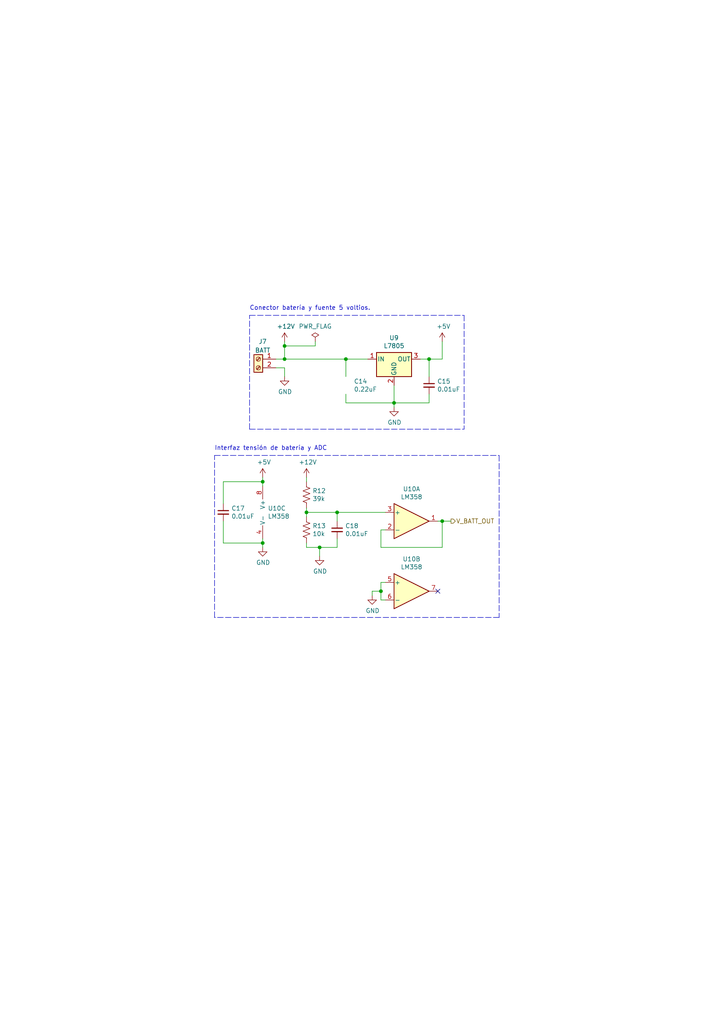
<source format=kicad_sch>
(kicad_sch (version 20211123) (generator eeschema)
  (paper "A4" portrait)
  (title_block (title "Tensión de batería y fuente 5V") (date "2021-12-19"))
  (lib_symbols
    (symbol "Amplifier_Operational:LM358" (pin_names (offset 0.127))
      (property "Reference" "U" (at 0 5.08 0))
      (property "Value" "LM358" (at 0 -5.08 0))
      (symbol "LM358_1_1"
        (polyline (pts (xy -5.08 5.08) (xy 5.08 0) (xy -5.08 -5.08) (xy -5.08 5.08)) (stroke (width 0.254)) (fill (type background)))
        (pin output line (at 7.62 0 180) (length 2.54) (name "~") (number "1"))
        (pin input line (at -7.62 -2.54 0) (length 2.54) (name "-") (number "2"))
        (pin input line (at -7.62 2.54 0) (length 2.54) (name "+") (number "3"))
      )
      (symbol "LM358_2_1"
        (polyline (pts (xy -5.08 5.08) (xy 5.08 0) (xy -5.08 -5.08) (xy -5.08 5.08)) (stroke (width 0.254)) (fill (type background)))
        (pin input line (at -7.62 2.54 0) (length 2.54) (name "+") (number "5"))
        (pin input line (at -7.62 -2.54 0) (length 2.54) (name "-") (number "6"))
        (pin output line (at 7.62 0 180) (length 2.54) (name "~") (number "7"))
      )
      (symbol "LM358_3_1"
        (pin power_in line (at -2.54 -7.62 90) (length 3.81) (name "V-") (number "4"))
        (pin power_in line (at -2.54 7.62 270) (length 3.81) (name "V+") (number "8"))
      )
    )
    (symbol "Connector:Screw_Terminal_01x02" (pin_names (offset 1.016) hide)
      (property "Reference" "J" (at 0 2.54 0))
      (property "Value" "Screw_Terminal_01x02" (at 0 -5.08 0))
      (symbol "Screw_Terminal_01x02_1_1"
        (rectangle (start -1.27 1.27) (end 1.27 -3.81) (stroke (width 0.254)) (fill (type background)))
        (circle (center 0 -2.54) (radius 0.635) (stroke (width 0.1524)))
        (polyline (pts (xy -0.5334 -2.2098) (xy 0.3302 -3.048)) (stroke (width 0.1524)))
        (polyline (pts (xy -0.5334 0.3302) (xy 0.3302 -0.508)) (stroke (width 0.1524)))
        (polyline (pts (xy -0.3556 -2.032) (xy 0.508 -2.8702)) (stroke (width 0.1524)))
        (polyline (pts (xy -0.3556 0.508) (xy 0.508 -0.3302)) (stroke (width 0.1524)))
        (circle (center 0 0) (radius 0.635) (stroke (width 0.1524)))
        (pin passive line (at -5.08 0 0) (length 3.81) (name "Pin_1") (number "1"))
        (pin passive line (at -5.08 -2.54 0) (length 3.81) (name "Pin_2") (number "2"))
      )
    )
    (symbol "Device:C_Small" (pin_numbers hide) (pin_names (offset 0.254) hide)
      (property "Reference" "C" (at 0.254 1.778 0))
      (property "Value" "C_Small" (at 0.254 -2.032 0))
      (symbol "C_Small_0_1"
        (polyline (pts (xy -1.524 -0.508) (xy 1.524 -0.508)) (stroke (width 0.3302)))
        (polyline (pts (xy -1.524 0.508) (xy 1.524 0.508)) (stroke (width 0.3048)))
      )
      (symbol "C_Small_1_1"
        (pin passive line (at 0 2.54 270) (length 2.032) (name "~") (number "1"))
        (pin passive line (at 0 -2.54 90) (length 2.032) (name "~") (number "2"))
      )
    )
    (symbol "Device:R_US" (pin_numbers hide) (pin_names (offset 0))
      (property "Reference" "R" (at 2.54 0 90))
      (property "Value" "R_US" (at -2.54 0 90))
      (symbol "R_US_0_1"
        (polyline (pts (xy 0 -2.286) (xy 0 -2.54)))
        (polyline (pts (xy 0 2.286) (xy 0 2.54)))
        (polyline (pts (xy 0 -0.762) (xy 1.016 -1.143) (xy 0 -1.524) (xy -1.016 -1.905) (xy 0 -2.286)))
        (polyline (pts (xy 0 0.762) (xy 1.016 0.381) (xy 0 0) (xy -1.016 -0.381) (xy 0 -0.762)))
        (polyline (pts (xy 0 2.286) (xy 1.016 1.905) (xy 0 1.524) (xy -1.016 1.143) (xy 0 0.762)))
      )
      (symbol "R_US_1_1"
        (pin passive line (at 0 3.81 270) (length 1.27) (name "~") (number "1"))
        (pin passive line (at 0 -3.81 90) (length 1.27) (name "~") (number "2"))
      )
    )
    (symbol "Regulator_Linear:L7805" (pin_names (offset 0.254))
      (property "Reference" "U" (at -3.81 3.175 0))
      (property "Value" "L7805" (at 0 3.175 0))
      (symbol "L7805_0_1"
        (rectangle (start -5.08 1.905) (end 5.08 -5.08) (stroke (width 0.254)) (fill (type background)))
      )
      (symbol "L7805_1_1"
        (pin power_in line (at -7.62 0 0) (length 2.54) (name "IN") (number "1"))
        (pin power_in line (at 0 -7.62 90) (length 2.54) (name "GND") (number "2"))
        (pin power_out line (at 7.62 0 180) (length 2.54) (name "OUT") (number "3"))
      )
    )
    (symbol "basico-rescue:+5V" (power) (pin_names (offset 0))
      (property "Value" "+5V" (at 0 3.556 0))
      (symbol "+5V_0_1"
        (polyline (pts (xy -0.762 1.27) (xy 0 2.54)))
        (polyline (pts (xy 0 0) (xy 0 2.54)))
        (polyline (pts (xy 0 2.54) (xy 0.762 1.27)))
      )
      (symbol "+5V_1_1"
        (pin power_in line (at 0 0 90) (length 0) hide (name "+5V") (number "1"))
      )
    )
    (symbol "basico-rescue:GND" (power) (pin_names (offset 0))
      (property "Value" "GND" (at 0 -3.81 0))
      (symbol "GND_0_1"
        (polyline (pts (xy 0 0) (xy 0 -1.27) (xy 1.27 -1.27) (xy 0 -2.54) (xy -1.27 -1.27) (xy 0 -1.27)))
      )
      (symbol "GND_1_1"
        (pin power_in line (at 0 0 270) (length 0) hide (name "GND") (number "1"))
      )
    )
    (symbol "power:+12V" (power) (pin_names (offset 0))
      (property "Value" "+12V" (at 0 3.556 0))
      (symbol "+12V_0_1"
        (polyline (pts (xy -0.762 1.27) (xy 0 2.54)))
        (polyline (pts (xy 0 0) (xy 0 2.54)))
        (polyline (pts (xy 0 2.54) (xy 0.762 1.27)))
      )
      (symbol "+12V_1_1"
        (pin power_in line (at 0 0 90) (length 0) hide (name "+12V") (number "1"))
      )
    )
    (symbol "power:PWR_FLAG" (power) (pin_numbers hide) (pin_names (offset 0) hide)
      (property "Value" "PWR_FLAG" (at 0 3.81 0))
      (symbol "PWR_FLAG_0_0"
        (pin power_out line (at 0 0 90) (length 0) (name "pwr") (number "1"))
      )
      (symbol "PWR_FLAG_0_1"
        (polyline (pts (xy 0 0) (xy 0 1.27) (xy -1.016 1.905) (xy 0 2.54) (xy 1.016 1.905) (xy 0 1.27)))
      )
    )
  )
  (junction (at 82.55 104.14))
  (junction (at 124.46 104.14))
  (junction (at 76.2 157.48))
  (junction (at 128.27 151.13))
  (junction (at 76.2 139.7))
  (junction (at 110.49 171.45))
  (junction (at 100.33 104.14))
  (junction (at 92.71 158.75))
  (junction (at 114.3 116.84))
  (junction (at 82.55 100.33))
  (junction (at 88.9 148.59))
  (junction (at 97.79 148.59))
  (no_connect (at 127 171.45))
  (wire (pts (xy 76.2 139.7) (xy 76.2 140.97)))
  (wire (pts (xy 97.79 156.21) (xy 97.79 158.75)))
  (wire (pts (xy 88.9 147.32) (xy 88.9 148.59)))
  (wire (pts (xy 121.92 104.14) (xy 124.46 104.14)))
  (wire (pts (xy 100.33 114.3) (xy 100.33 116.84)))
  (polyline (pts (xy 144.78 132.08) (xy 144.78 179.07)))
  (wire (pts (xy 110.49 153.67) (xy 111.76 153.67)))
  (wire (pts (xy 82.55 104.14) (xy 100.33 104.14)))
  (polyline (pts (xy 62.23 179.07) (xy 62.23 132.08)))
  (polyline (pts (xy 144.78 179.07) (xy 62.23 179.07)))
  (wire (pts (xy 76.2 138.43) (xy 76.2 139.7)))
  (wire (pts (xy 76.2 157.48) (xy 76.2 156.21)))
  (wire (pts (xy 80.01 106.68) (xy 82.55 106.68)))
  (wire (pts (xy 110.49 171.45) (xy 110.49 173.99)))
  (wire (pts (xy 80.01 104.14) (xy 82.55 104.14)))
  (wire (pts (xy 64.77 151.13) (xy 64.77 157.48)))
  (polyline (pts (xy 62.23 132.08) (xy 144.78 132.08)))
  (polyline (pts (xy 134.62 91.44) (xy 134.62 124.46)))
  (wire (pts (xy 92.71 158.75) (xy 92.71 161.29)))
  (wire (pts (xy 76.2 139.7) (xy 64.77 139.7)))
  (wire (pts (xy 82.55 99.06) (xy 82.55 100.33)))
  (wire (pts (xy 107.95 171.45) (xy 107.95 172.72)))
  (wire (pts (xy 124.46 104.14) (xy 128.27 104.14)))
  (wire (pts (xy 128.27 158.75) (xy 110.49 158.75)))
  (wire (pts (xy 124.46 104.14) (xy 124.46 109.22)))
  (wire (pts (xy 97.79 158.75) (xy 92.71 158.75)))
  (wire (pts (xy 128.27 151.13) (xy 128.27 158.75)))
  (wire (pts (xy 100.33 104.14) (xy 100.33 109.22)))
  (wire (pts (xy 114.3 116.84) (xy 124.46 116.84)))
  (wire (pts (xy 124.46 116.84) (xy 124.46 114.3)))
  (wire (pts (xy 64.77 157.48) (xy 76.2 157.48)))
  (wire (pts (xy 127 151.13) (xy 128.27 151.13)))
  (wire (pts (xy 110.49 173.99) (xy 111.76 173.99)))
  (wire (pts (xy 106.68 104.14) (xy 100.33 104.14)))
  (wire (pts (xy 110.49 168.91) (xy 110.49 171.45)))
  (polyline (pts (xy 72.39 124.46) (xy 134.62 124.46)))
  (wire (pts (xy 110.49 171.45) (xy 107.95 171.45)))
  (wire (pts (xy 128.27 99.06) (xy 128.27 104.14)))
  (wire (pts (xy 111.76 168.91) (xy 110.49 168.91)))
  (wire (pts (xy 88.9 158.75) (xy 88.9 157.48)))
  (wire (pts (xy 97.79 148.59) (xy 111.76 148.59)))
  (wire (pts (xy 88.9 148.59) (xy 97.79 148.59)))
  (wire (pts (xy 92.71 158.75) (xy 88.9 158.75)))
  (wire (pts (xy 82.55 100.33) (xy 82.55 104.14)))
  (wire (pts (xy 110.49 158.75) (xy 110.49 153.67)))
  (wire (pts (xy 82.55 100.33) (xy 91.44 100.33)))
  (wire (pts (xy 128.27 151.13) (xy 130.81 151.13)))
  (wire (pts (xy 91.44 100.33) (xy 91.44 99.06)))
  (polyline (pts (xy 72.39 91.44) (xy 134.62 91.44)))
  (wire (pts (xy 114.3 116.84) (xy 114.3 118.11)))
  (wire (pts (xy 114.3 111.76) (xy 114.3 116.84)))
  (wire (pts (xy 88.9 148.59) (xy 88.9 149.86)))
  (polyline (pts (xy 72.39 124.46) (xy 72.39 91.44)))
  (wire (pts (xy 76.2 158.75) (xy 76.2 157.48)))
  (wire (pts (xy 88.9 138.43) (xy 88.9 139.7)))
  (wire (pts (xy 100.33 116.84) (xy 114.3 116.84)))
  (wire (pts (xy 82.55 106.68) (xy 82.55 109.22)))
  (wire (pts (xy 97.79 148.59) (xy 97.79 151.13)))
  (wire (pts (xy 64.77 139.7) (xy 64.77 146.05)))
  (text "Conector batería y fuente 5 voltios." (at 72.39 90.17 0) (effects (font (size 1.27 1.27)) (justify left bottom)))
  (text "Interfaz tensión de batería y ADC" (at 62.23 130.81 0) (effects (font (size 1.27 1.27)) (justify left bottom)))
  (hierarchical_label "V_BATT_OUT" (shape output) (at 130.81 151.13 0))
  (symbol (lib_id "Connector:Screw_Terminal_01x02") (at 74.93 104.14 0) (mirror y) (unit 1)
    (property "Reference" "J7" (at 76.2 99.06 0))
    (property "Value" "BATT" (at 76.2 101.6 0))
    (property "Footprint" "TerminalBlock:TerminalBlock_bornier-2_P5.08mm" (effects hide))
  )
  (symbol (lib_id "Regulator_Linear:L7805") (at 114.3 104.14 0) (unit 1)
    (property "Reference" "U9" (at 114.3 97.9932 0))
    (property "Value" "L7805" (at 114.3 100.3046 0))
    (property "Footprint" "Package_TO_SOT_SMD:TO-263-3_TabPin2" (effects hide))
    (property "Datasheet" "http://www.st.com/content/ccc/resource/technical/document/datasheet/41/4f/b3/b0/12/d4/47/88/CD00000444.pdf/files/CD00000444.pdf/jcr:content/translations/en.CD00000444.pdf" (effects hide))
  )
  (symbol (lib_id "Device:CP1_Small") (at 100.33 111.76 0) (unit 1)
    (property "Reference" "C14" (at 102.6414 110.5916 0) (effects (justify left)))
    (property "Value" "0.22uF" (at 102.6414 112.903 0) (effects (justify left)))
    (property "Footprint" "Capacitor_SMD:C_0805_2012Metric_Pad1.15x1.40mm_HandSolder" (effects hide))
  )
  (symbol (lib_id "Device:C_Small") (at 124.46 111.76 0) (unit 1)
    (property "Reference" "C15" (at 126.7968 110.5916 0) (effects (justify left)))
    (property "Value" "0.01uF" (at 126.7968 112.903 0) (effects (justify left)))
    (property "Footprint" "Capacitor_SMD:C_0805_2012Metric_Pad1.15x1.40mm_HandSolder" (effects hide))
  )
  (symbol (lib_id "basico-rescue:GND") (at 114.3 118.11 0) (unit 1)
    (property "Reference" "#PWR0115" (effects hide))
    (property "Value" "GND" (at 114.427 122.5042 0))
  )
  (symbol (lib_id "basico-rescue:GND") (at 82.55 109.22 0) (unit 1)
    (property "Reference" "#PWR0118" (effects hide))
    (property "Value" "GND" (at 82.677 113.6142 0))
  )
  (symbol (lib_id "power:+12V") (at 82.55 99.06 0) (unit 1)
    (property "Reference" "#PWR0107" (effects hide))
    (property "Value" "+12V" (at 82.931 94.6658 0))
  )
  (symbol (lib_id "basico-rescue:+5V") (at 128.27 99.06 0) (unit 1)
    (property "Reference" "#PWR0108" (effects hide))
    (property "Value" "+5V" (at 128.651 94.6658 0))
  )
  (symbol (lib_id "power:PWR_FLAG") (at 91.44 99.06 0) (unit 1)
    (property "Reference" "#FLG0102" (effects hide))
    (property "Value" "PWR_FLAG" (at 91.44 94.6404 0))
  )
  (symbol (lib_id "Device:R_US") (at 88.9 143.51 0) (unit 1)
    (property "Reference" "R12" (at 90.6272 142.3416 0) (effects (justify left)))
    (property "Value" "39k" (at 90.6272 144.653 0) (effects (justify left)))
    (property "Footprint" "Resistor_SMD:R_0805_2012Metric_Pad1.15x1.40mm_HandSolder" (effects hide))
  )
  (symbol (lib_id "Device:R_US") (at 88.9 153.67 0) (unit 1)
    (property "Reference" "R13" (at 90.6272 152.5016 0) (effects (justify left)))
    (property "Value" "10k" (at 90.6272 154.813 0) (effects (justify left)))
    (property "Footprint" "Resistor_SMD:R_0805_2012Metric_Pad1.15x1.40mm_HandSolder" (effects hide))
  )
  (symbol (lib_id "Amplifier_Operational:LM358") (at 119.38 151.13 0) (unit 1)
    (property "Reference" "U10" (at 119.38 141.8082 0))
    (property "Value" "LM358" (at 119.38 144.1196 0))
    (property "Footprint" "Package_SO:SOIC-8_3.9x4.9mm_P1.27mm" (effects hide))
    (property "Datasheet" "http://www.ti.com/lit/ds/symlink/lm2904-n.pdf" (effects hide))
  )
  (symbol (lib_id "Device:C_Small") (at 97.79 153.67 0) (unit 1)
    (property "Reference" "C18" (at 100.1268 152.5016 0) (effects (justify left)))
    (property "Value" "0.01uF" (at 100.1268 154.813 0) (effects (justify left)))
    (property "Footprint" "Capacitor_SMD:C_0805_2012Metric_Pad1.15x1.40mm_HandSolder" (effects hide))
  )
  (symbol (lib_id "basico-rescue:GND") (at 92.71 161.29 0) (unit 1)
    (property "Reference" "#PWR0101" (effects hide))
    (property "Value" "GND" (at 92.837 165.6842 0))
  )
  (symbol (lib_id "Amplifier_Operational:LM358") (at 119.38 171.45 0) (unit 2)
    (property "Reference" "U10" (at 119.38 162.1282 0))
    (property "Value" "LM358" (at 119.38 164.4396 0))
    (property "Footprint" "Package_SO:SOIC-8_3.9x4.9mm_P1.27mm" (effects hide))
    (property "Datasheet" "http://www.ti.com/lit/ds/symlink/lm2904-n.pdf" (effects hide))
  )
  (symbol (lib_id "Amplifier_Operational:LM358") (at 78.74 148.59 0) (unit 3)
    (property "Reference" "U10" (at 77.6732 147.4216 0) (effects (justify left)))
    (property "Value" "LM358" (at 77.6732 149.733 0) (effects (justify left)))
    (property "Footprint" "Package_SO:SOIC-8_3.9x4.9mm_P1.27mm" (effects hide))
    (property "Datasheet" "http://www.ti.com/lit/ds/symlink/lm2904-n.pdf" (effects hide))
  )
  (symbol (lib_id "power:+12V") (at 88.9 138.43 0) (unit 1)
    (property "Reference" "#PWR0111" (effects hide))
    (property "Value" "+12V" (at 89.281 134.0358 0))
  )
  (symbol (lib_id "basico-rescue:+5V") (at 76.2 138.43 0) (unit 1)
    (property "Reference" "#PWR0112" (effects hide))
    (property "Value" "+5V" (at 76.581 134.0358 0))
  )
  (symbol (lib_id "basico-rescue:GND") (at 76.2 158.75 0) (unit 1)
    (property "Reference" "#PWR0116" (effects hide))
    (property "Value" "GND" (at 76.327 163.1442 0))
  )
  (symbol (lib_id "Device:C_Small") (at 64.77 148.59 0) (unit 1)
    (property "Reference" "C17" (at 67.1068 147.4216 0) (effects (justify left)))
    (property "Value" "0.01uF" (at 67.1068 149.733 0) (effects (justify left)))
    (property "Footprint" "Capacitor_SMD:C_0805_2012Metric_Pad1.15x1.40mm_HandSolder" (effects hide))
  )
  (symbol (lib_id "basico-rescue:GND") (at 107.95 172.72 0) (unit 1)
    (property "Reference" "#PWR0117" (effects hide))
    (property "Value" "GND" (at 108.077 177.1142 0))
  )
)
</source>
